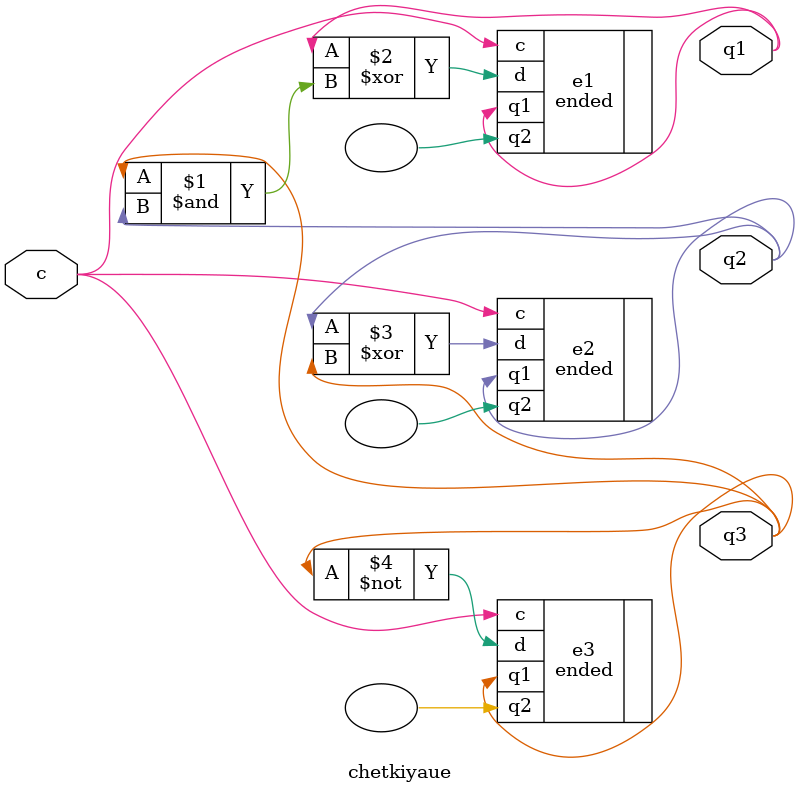
<source format=v>
module chetkiyaue(output q1,output q2, output q3,input c);

ended e1(.q1(q1),.q2(),.d(q1^(q3&q2)),.c(c));
ended e2(.q1(q2),.q2(),.d(q2^q3),.c(c));
ended e3(.q1(q3),.q2(),.d(~q3),.c(c));

endmodule

</source>
